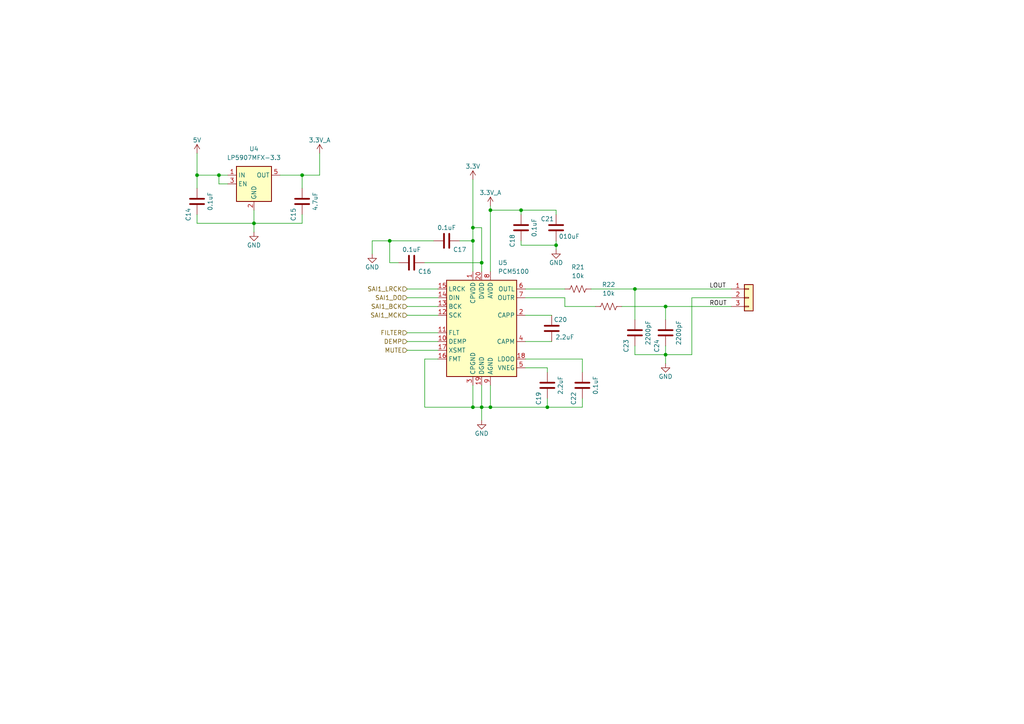
<source format=kicad_sch>
(kicad_sch (version 20230121) (generator eeschema)
  (paper "A4")
  (title_block (title "WAV Trigger Pro") (rev "1.0") (company "Robertsonics / SparkFun"))
  (lib_symbols
    (symbol "Audio:PCM5100"
      (property "Reference" "U" (at -10.16 13.97 0))
      (property "Value" "PCM5100" (at 3.81 13.97 0))
      (symbol "PCM5100_0_1"
        (rectangle (start -10.16 12.7) (end 10.16 -15.24) (stroke (width 0.254)) (fill (type background)))
      )
      (symbol "PCM5100_1_1"
        (pin passive line (at -2.54 15.24 270) (length 2.54) (name "CPVDD") (number "1"))
        (pin input line (at -12.7 -5.08 0) (length 2.54) (name "DEMP") (number "10"))
        (pin input line (at -12.7 -2.54 0) (length 2.54) (name "FLT") (number "11"))
        (pin input line (at -12.7 2.54 0) (length 2.54) (name "SCK") (number "12"))
        (pin input line (at -12.7 5.08 0) (length 2.54) (name "BCK") (number "13"))
        (pin input line (at -12.7 7.62 0) (length 2.54) (name "DIN") (number "14"))
        (pin input line (at -12.7 10.16 0) (length 2.54) (name "LRCK") (number "15"))
        (pin input line (at -12.7 -10.16 0) (length 2.54) (name "FMT") (number "16"))
        (pin input line (at -12.7 -7.62 0) (length 2.54) (name "XSMT") (number "17"))
        (pin passive line (at 12.7 -10.16 180) (length 2.54) (name "LDOO") (number "18"))
        (pin power_in line (at 0 -17.78 90) (length 2.54) (name "DGND") (number "19"))
        (pin passive line (at 12.7 2.54 180) (length 2.54) (name "CAPP") (number "2"))
        (pin power_in line (at 0 15.24 270) (length 2.54) (name "DVDD") (number "20"))
        (pin power_in line (at -2.54 -17.78 90) (length 2.54) (name "CPGND") (number "3"))
        (pin passive line (at 12.7 -5.08 180) (length 2.54) (name "CAPM") (number "4"))
        (pin passive line (at 12.7 -12.7 180) (length 2.54) (name "VNEG") (number "5"))
        (pin output line (at 12.7 10.16 180) (length 2.54) (name "OUTL") (number "6"))
        (pin output line (at 12.7 7.62 180) (length 2.54) (name "OUTR") (number "7"))
        (pin power_in line (at 2.54 15.24 270) (length 2.54) (name "AVDD") (number "8"))
        (pin power_in line (at 2.54 -17.78 90) (length 2.54) (name "AGND") (number "9"))
      )
    )
    (symbol "Device:C" (pin_numbers hide) (pin_names (offset 0.254))
      (property "Reference" "C" (at 0.635 2.54 0))
      (property "Value" "C" (at 0.635 -2.54 0))
      (symbol "C_0_1"
        (polyline (pts (xy -2.032 -0.762) (xy 2.032 -0.762)) (stroke (width 0.508)))
        (polyline (pts (xy -2.032 0.762) (xy 2.032 0.762)) (stroke (width 0.508)))
      )
      (symbol "C_1_1"
        (pin passive line (at 0 3.81 270) (length 2.794) (name "~") (number "1"))
        (pin passive line (at 0 -3.81 90) (length 2.794) (name "~") (number "2"))
      )
    )
    (symbol "Regulator_Linear:LP5907MFX-3.3"
      (property "Reference" "U" (at -3.81 6.35 0))
      (property "Value" "LP5907MFX-3.3" (at 6.35 6.35 0))
      (symbol "LP5907MFX-3.3_0_1"
        (rectangle (start -5.08 -5.08) (end 5.08 5.08) (stroke (width 0.254)) (fill (type background)))
        (pin power_in line (at -7.62 2.54 0) (length 2.54) (name "IN") (number "1"))
        (pin power_in line (at 0 -7.62 90) (length 2.54) (name "GND") (number "2"))
        (pin input line (at -7.62 0 0) (length 2.54) (name "EN") (number "3"))
        (pin no_connect line (at 5.08 0 180) (length 2.54) hide (name "NC") (number "4"))
        (pin power_out line (at 7.62 2.54 180) (length 2.54) (name "OUT") (number "5"))
      )
    )
    (symbol "SparkFun-Connector:Conn_01x03" (pin_names (offset 1.016) hide)
      (symbol "Conn_01x03_1_1"
        (rectangle (start -1.27 -2.413) (end 0 -2.667) (stroke (width 0.1524)))
        (rectangle (start -1.27 0.127) (end 0 -0.127) (stroke (width 0.1524)))
        (rectangle (start -1.27 2.667) (end 0 2.413) (stroke (width 0.1524)))
        (rectangle (start -1.27 3.81) (end 1.27 -3.81) (stroke (width 0.254)) (fill (type background)))
        (pin passive line (at -5.08 2.54 0) (length 3.81) (name "Pin_1") (number "1"))
        (pin passive line (at -5.08 0 0) (length 3.81) (name "Pin_2") (number "2"))
        (pin passive line (at -5.08 -2.54 0) (length 3.81) (name "Pin_3") (number "3"))
      )
    )
    (symbol "SparkFun-PowerSymbol:3.3V" (power) (pin_names (offset 0))
      (property "Value" "3.3V" (at 0 3.81 0))
      (symbol "3.3V_0_1"
        (polyline (pts (xy -0.762 1.27) (xy 0 2.54)))
        (polyline (pts (xy 0 0) (xy 0 2.54)))
        (polyline (pts (xy 0 2.54) (xy 0.762 1.27)))
      )
      (symbol "3.3V_1_1"
        (pin power_in line (at 0 0 90) (length 0) hide (name "3.3V") (number "1"))
      )
    )
    (symbol "SparkFun-PowerSymbol:3.3V_A" (power) (pin_names (offset 0))
      (property "Value" "3.3V_A" (at 0 3.81 0))
      (symbol "3.3V_A_0_1"
        (polyline (pts (xy -0.762 1.27) (xy 0 2.54)))
        (polyline (pts (xy 0 0) (xy 0 2.54)))
        (polyline (pts (xy 0 2.54) (xy 0.762 1.27)))
      )
      (symbol "3.3V_A_1_1"
        (pin power_in line (at 0 0 90) (length 0) hide (name "3.3V_A") (number "1"))
      )
    )
    (symbol "SparkFun-PowerSymbol:5V" (power) (pin_names (offset 0))
      (property "Value" "5V" (at 0 3.81 0))
      (symbol "5V_0_1"
        (polyline (pts (xy -0.762 1.27) (xy 0 2.54)))
        (polyline (pts (xy 0 0) (xy 0 2.54)))
        (polyline (pts (xy 0 2.54) (xy 0.762 1.27)))
      )
      (symbol "5V_1_1"
        (pin power_in line (at 0 0 90) (length 0) hide (name "5V") (number "1"))
      )
    )
    (symbol "SparkFun-PowerSymbol:GND" (power) (pin_names (offset 0))
      (property "Value" "GND" (at 0 -3.81 0))
      (symbol "GND_0_1"
        (polyline (pts (xy 0 0) (xy 0 -1.27) (xy 1.27 -1.27) (xy 0 -2.54) (xy -1.27 -1.27) (xy 0 -1.27)))
      )
      (symbol "GND_1_1"
        (pin power_in line (at 0 0 270) (length 0) hide (name "GND") (number "1"))
      )
    )
    (symbol "SparkFun-Resistor:10k_0603" (pin_numbers hide) (pin_names (offset 0))
      (property "Reference" "R" (at 0 -2.54 0))
      (property "Value" "10k" (at 0 2.54 0))
      (symbol "10k_0603_0_1"
        (polyline (pts (xy -2.286 0) (xy -2.54 0)))
        (polyline (pts (xy 2.286 0) (xy 2.54 0)))
        (polyline (pts (xy -0.762 0) (xy -1.143 -1.016) (xy -1.524 0) (xy -1.905 1.016) (xy -2.286 0)))
        (polyline (pts (xy 0.762 0) (xy 0.381 -1.016) (xy 0 0) (xy -0.381 1.016) (xy -0.762 0)))
        (polyline (pts (xy 2.286 0) (xy 1.905 -1.016) (xy 1.524 0) (xy 1.143 1.016) (xy 0.762 0)))
      )
      (symbol "10k_0603_1_1"
        (pin passive line (at 3.81 0 180) (length 1.27) (name "~") (number "1"))
        (pin passive line (at -3.81 0 0) (length 1.27) (name "~") (number "2"))
      )
    )
  )
  (junction (at 161.29 71.12))
  (junction (at 142.24 60.96))
  (junction (at 73.66 64.77))
  (junction (at 137.16 69.85))
  (junction (at 57.15 50.8))
  (junction (at 63.5 50.8))
  (junction (at 193.04 88.9))
  (junction (at 139.7 118.11))
  (junction (at 184.15 83.82))
  (junction (at 137.16 66.04))
  (junction (at 193.04 102.87))
  (junction (at 137.16 118.11))
  (junction (at 113.03 69.85))
  (junction (at 87.63 50.8))
  (junction (at 139.7 76.2))
  (junction (at 158.75 118.11))
  (junction (at 142.24 118.11))
  (junction (at 151.13 60.96))
  (wire (pts (xy 184.15 83.82) (xy 212.09 83.82)))
  (wire (pts (xy 63.5 53.34) (xy 63.5 50.8)))
  (wire (pts (xy 92.71 44.45) (xy 92.71 50.8)))
  (wire (pts (xy 184.15 102.87) (xy 193.04 102.87)))
  (wire (pts (xy 142.24 59.69) (xy 142.24 60.96)))
  (wire (pts (xy 152.4 104.14) (xy 168.91 104.14)))
  (wire (pts (xy 118.11 91.44) (xy 127 91.44)))
  (wire (pts (xy 137.16 52.07) (xy 137.16 66.04)))
  (wire (pts (xy 118.11 99.06) (xy 127 99.06)))
  (wire (pts (xy 142.24 111.76) (xy 142.24 118.11)))
  (wire (pts (xy 87.63 62.23) (xy 87.63 64.77)))
  (wire (pts (xy 161.29 71.12) (xy 161.29 72.39)))
  (wire (pts (xy 113.03 76.2) (xy 113.03 69.85)))
  (wire (pts (xy 151.13 60.96) (xy 151.13 62.23)))
  (wire (pts (xy 152.4 83.82) (xy 163.83 83.82)))
  (wire (pts (xy 118.11 101.6) (xy 127 101.6)))
  (wire (pts (xy 118.11 83.82) (xy 127 83.82)))
  (wire (pts (xy 158.75 106.68) (xy 158.75 107.95)))
  (wire (pts (xy 193.04 88.9) (xy 193.04 92.71)))
  (wire (pts (xy 66.04 53.34) (xy 63.5 53.34)))
  (wire (pts (xy 200.66 86.36) (xy 200.66 102.87)))
  (wire (pts (xy 168.91 118.11) (xy 158.75 118.11)))
  (wire (pts (xy 118.11 88.9) (xy 127 88.9)))
  (wire (pts (xy 81.28 50.8) (xy 87.63 50.8)))
  (wire (pts (xy 193.04 88.9) (xy 212.09 88.9)))
  (wire (pts (xy 158.75 115.57) (xy 158.75 118.11)))
  (wire (pts (xy 171.45 83.82) (xy 184.15 83.82)))
  (wire (pts (xy 137.16 118.11) (xy 139.7 118.11)))
  (wire (pts (xy 137.16 66.04) (xy 137.16 69.85)))
  (wire (pts (xy 125.73 69.85) (xy 113.03 69.85)))
  (wire (pts (xy 152.4 91.44) (xy 160.02 91.44)))
  (wire (pts (xy 184.15 100.33) (xy 184.15 102.87)))
  (wire (pts (xy 127 104.14) (xy 123.19 104.14)))
  (wire (pts (xy 168.91 115.57) (xy 168.91 118.11)))
  (wire (pts (xy 113.03 69.85) (xy 107.95 69.85)))
  (wire (pts (xy 180.34 88.9) (xy 193.04 88.9)))
  (wire (pts (xy 142.24 60.96) (xy 142.24 78.74)))
  (wire (pts (xy 152.4 86.36) (xy 163.83 86.36)))
  (wire (pts (xy 137.16 66.04) (xy 139.7 66.04)))
  (wire (pts (xy 193.04 102.87) (xy 193.04 105.41)))
  (wire (pts (xy 57.15 62.23) (xy 57.15 64.77)))
  (wire (pts (xy 123.19 118.11) (xy 137.16 118.11)))
  (wire (pts (xy 133.35 69.85) (xy 137.16 69.85)))
  (wire (pts (xy 151.13 69.85) (xy 151.13 71.12)))
  (wire (pts (xy 163.83 88.9) (xy 172.72 88.9)))
  (wire (pts (xy 184.15 83.82) (xy 184.15 92.71)))
  (wire (pts (xy 118.11 96.52) (xy 127 96.52)))
  (wire (pts (xy 158.75 118.11) (xy 142.24 118.11)))
  (wire (pts (xy 63.5 50.8) (xy 66.04 50.8)))
  (wire (pts (xy 163.83 86.36) (xy 163.83 88.9)))
  (wire (pts (xy 142.24 118.11) (xy 139.7 118.11)))
  (wire (pts (xy 161.29 62.23) (xy 161.29 60.96)))
  (wire (pts (xy 139.7 78.74) (xy 139.7 76.2)))
  (wire (pts (xy 151.13 71.12) (xy 161.29 71.12)))
  (wire (pts (xy 151.13 60.96) (xy 142.24 60.96)))
  (wire (pts (xy 118.11 86.36) (xy 127 86.36)))
  (wire (pts (xy 139.7 76.2) (xy 139.7 66.04)))
  (wire (pts (xy 57.15 64.77) (xy 73.66 64.77)))
  (wire (pts (xy 152.4 99.06) (xy 160.02 99.06)))
  (wire (pts (xy 152.4 106.68) (xy 158.75 106.68)))
  (wire (pts (xy 212.09 86.36) (xy 200.66 86.36)))
  (wire (pts (xy 137.16 111.76) (xy 137.16 118.11)))
  (wire (pts (xy 107.95 69.85) (xy 107.95 73.66)))
  (wire (pts (xy 115.57 76.2) (xy 113.03 76.2)))
  (wire (pts (xy 73.66 60.96) (xy 73.66 64.77)))
  (wire (pts (xy 123.19 104.14) (xy 123.19 118.11)))
  (wire (pts (xy 193.04 100.33) (xy 193.04 102.87)))
  (wire (pts (xy 73.66 64.77) (xy 73.66 67.31)))
  (wire (pts (xy 161.29 60.96) (xy 151.13 60.96)))
  (wire (pts (xy 87.63 64.77) (xy 73.66 64.77)))
  (wire (pts (xy 168.91 104.14) (xy 168.91 107.95)))
  (wire (pts (xy 92.71 50.8) (xy 87.63 50.8)))
  (wire (pts (xy 123.19 76.2) (xy 139.7 76.2)))
  (wire (pts (xy 193.04 102.87) (xy 200.66 102.87)))
  (wire (pts (xy 87.63 50.8) (xy 87.63 54.61)))
  (wire (pts (xy 161.29 69.85) (xy 161.29 71.12)))
  (wire (pts (xy 137.16 69.85) (xy 137.16 78.74)))
  (wire (pts (xy 57.15 50.8) (xy 57.15 54.61)))
  (wire (pts (xy 139.7 118.11) (xy 139.7 121.92)))
  (wire (pts (xy 57.15 50.8) (xy 63.5 50.8)))
  (wire (pts (xy 57.15 44.45) (xy 57.15 50.8)))
  (wire (pts (xy 139.7 111.76) (xy 139.7 118.11)))
  (label "LOUT" (at 205.74 83.82 0))
  (label "ROUT" (at 205.74 88.9 0))
  (hierarchical_label "SAI1_BCK" (shape input) (at 118.11 88.9 180))
  (hierarchical_label "SAI1_LRCK" (shape input) (at 118.11 83.82 180))
  (hierarchical_label "SAI1_DO" (shape input) (at 118.11 86.36 180))
  (hierarchical_label "SAI1_MCK" (shape input) (at 118.11 91.44 180))
  (hierarchical_label "DEMP" (shape input) (at 118.11 99.06 180))
  (hierarchical_label "FILTER" (shape input) (at 118.11 96.52 180))
  (hierarchical_label "MUTE" (shape input) (at 118.11 101.6 180))
  (symbol (lib_id "Device:C") (at 119.38 76.2 90) (mirror x) (unit 1)
    (property "Reference" "C16" (at 123.19 78.74 90))
    (property "Value" "0.1uF" (at 119.38 72.39 90))
    (property "Footprint" "SparkFun-Capacitor:C_0603_1608Metric" (effects hide))
  )
  (symbol (lib_id "Device:C") (at 129.54 69.85 90) (mirror x) (unit 1)
    (property "Reference" "C17" (at 133.35 72.39 90))
    (property "Value" "0.1uF" (at 129.54 66.04 90))
    (property "Footprint" "SparkFun-Capacitor:C_0603_1608Metric" (effects hide))
  )
  (symbol (lib_id "Device:C") (at 158.75 111.76 0) (mirror y) (unit 1)
    (property "Reference" "C19" (at 156.21 115.57 90))
    (property "Value" "2.2uF" (at 162.56 111.76 90))
    (property "Footprint" "SparkFun-Capacitor:C_0603_1608Metric" (effects hide))
  )
  (symbol (lib_id "Device:C") (at 160.02 95.25 0) (mirror y) (unit 1)
    (property "Reference" "C20" (at 162.56 92.71 0))
    (property "Value" "2.2uF" (at 163.83 97.79 0))
    (property "Footprint" "SparkFun-Capacitor:C_0603_1608Metric" (effects hide))
  )
  (symbol (lib_id "SparkFun-PowerSymbol:3.3V_A") (at 142.24 59.69 0) (unit 1)
    (property "Reference" "#PWR032" (effects hide))
    (property "Value" "3.3V_A" (at 142.24 55.88 0))
  )
  (symbol (lib_id "SparkFun-PowerSymbol:GND") (at 139.7 121.92 0) (unit 1)
    (property "Reference" "#PWR031" (effects hide))
    (property "Value" "GND" (at 139.7 125.73 0))
  )
  (symbol (lib_id "Device:C") (at 193.04 96.52 0) (mirror y) (unit 1)
    (property "Reference" "C24" (at 190.5 100.33 90))
    (property "Value" "2200pF" (at 196.85 96.52 90))
    (property "Footprint" "SparkFun-Capacitor:C_0603_1608Metric" (effects hide))
  )
  (symbol (lib_id "SparkFun-Resistor:10k_0603") (at 176.53 88.9 180) (unit 1)
    (property "Reference" "R22" (at 176.53 82.55 0))
    (property "Value" "10k" (at 176.53 85.09 0))
    (property "Footprint" "SparkFun-Resistor:R_0603_1608Metric" (effects hide))
    (property "Datasheet" "https://www.vishay.com/docs/20035/dcrcwe3.pdf" (effects hide))
    (property "PROD_ID" "RES-00824" (effects hide))
  )
  (symbol (lib_id "SparkFun-PowerSymbol:3.3V_A") (at 92.71 44.45 0) (unit 1)
    (property "Reference" "#PWR028" (effects hide))
    (property "Value" "3.3V_A" (at 92.71 40.64 0))
  )
  (symbol (lib_id "SparkFun-PowerSymbol:3.3V") (at 137.16 52.07 0) (unit 1)
    (property "Reference" "#PWR030" (effects hide))
    (property "Value" "3.3V" (at 137.16 48.26 0))
  )
  (symbol (lib_id "SparkFun-PowerSymbol:GND") (at 73.66 67.31 0) (unit 1)
    (property "Reference" "#PWR027" (effects hide))
    (property "Value" "GND" (at 73.66 71.12 0))
  )
  (symbol (lib_id "SparkFun-PowerSymbol:GND") (at 193.04 105.41 0) (unit 1)
    (property "Reference" "#PWR034" (effects hide))
    (property "Value" "GND" (at 193.04 109.22 0))
  )
  (symbol (lib_id "Device:C") (at 87.63 58.42 0) (mirror y) (unit 1)
    (property "Reference" "C15" (at 85.09 62.23 90))
    (property "Value" "4.7uF" (at 91.44 58.42 90))
    (property "Footprint" "SparkFun-Capacitor:C_0603_1608Metric" (effects hide))
  )
  (symbol (lib_id "SparkFun-Connector:Conn_01x03") (at 217.17 86.36 0) (unit 1)
    (property "Reference" "J8" (effects hide))
    (property "Value" "Conn_01x03" (effects hide))
    (property "Footprint" "SparkFun-Connector:1x03" (effects hide))
  )
  (symbol (lib_id "SparkFun-Resistor:10k_0603") (at 167.64 83.82 180) (unit 1)
    (property "Reference" "R21" (at 167.64 77.47 0))
    (property "Value" "10k" (at 167.64 80.01 0))
    (property "Footprint" "SparkFun-Resistor:R_0603_1608Metric" (effects hide))
    (property "Datasheet" "https://www.vishay.com/docs/20035/dcrcwe3.pdf" (effects hide))
    (property "PROD_ID" "RES-00824" (effects hide))
  )
  (symbol (lib_id "Device:C") (at 168.91 111.76 0) (mirror y) (unit 1)
    (property "Reference" "C22" (at 166.37 115.57 90))
    (property "Value" "0.1uF" (at 172.72 111.76 90))
    (property "Footprint" "SparkFun-Capacitor:C_0603_1608Metric" (effects hide))
  )
  (symbol (lib_id "Regulator_Linear:LP5907MFX-3.3") (at 73.66 53.34 0) (unit 1)
    (property "Reference" "U4" (at 73.66 43.18 0))
    (property "Value" "LP5907MFX-3.3" (at 73.66 45.72 0))
    (property "Footprint" "Package_TO_SOT_SMD:SOT-23-5" (effects hide))
    (property "Datasheet" "http://www.ti.com/lit/ds/symlink/lp5907.pdf" (effects hide))
  )
  (symbol (lib_id "Device:C") (at 184.15 96.52 0) (mirror y) (unit 1)
    (property "Reference" "C23" (at 181.61 100.33 90))
    (property "Value" "2200pF" (at 187.96 96.52 90))
    (property "Footprint" "SparkFun-Capacitor:C_0603_1608Metric" (effects hide))
  )
  (symbol (lib_id "Device:C") (at 57.15 58.42 0) (mirror y) (unit 1)
    (property "Reference" "C14" (at 54.61 62.23 90))
    (property "Value" "0.1uF" (at 60.96 58.42 90))
    (property "Footprint" "SparkFun-Capacitor:C_0603_1608Metric" (effects hide))
  )
  (symbol (lib_id "SparkFun-PowerSymbol:5V") (at 57.15 44.45 0) (unit 1)
    (property "Reference" "#PWR026" (effects hide))
    (property "Value" "5V" (at 57.15 40.64 0))
  )
  (symbol (lib_id "Device:C") (at 161.29 66.04 0) (mirror y) (unit 1)
    (property "Reference" "C21" (at 158.75 63.5 0))
    (property "Value" "010uF" (at 165.1 68.58 0))
    (property "Footprint" "SparkFun-Capacitor:C_0603_1608Metric" (effects hide))
  )
  (symbol (lib_id "SparkFun-PowerSymbol:GND") (at 161.29 72.39 0) (unit 1)
    (property "Reference" "#PWR033" (effects hide))
    (property "Value" "GND" (at 161.29 76.2 0))
  )
  (symbol (lib_id "SparkFun-PowerSymbol:GND") (at 107.95 73.66 0) (unit 1)
    (property "Reference" "#PWR029" (effects hide))
    (property "Value" "GND" (at 107.95 77.47 0))
  )
  (symbol (lib_id "Audio:PCM5100") (at 139.7 93.98 0) (unit 1)
    (property "Reference" "U5" (at 144.4341 76.2 0) (effects (justify left)))
    (property "Value" "PCM5100" (at 144.4341 78.74 0) (effects (justify left)))
    (property "Footprint" "Package_SO:TSSOP-20_4.4x6.5mm_P0.65mm" (effects hide))
    (property "Datasheet" "http://www.ti.com/lit/ds/symlink/pcm5100.pdf" (effects hide))
  )
  (symbol (lib_id "Device:C") (at 151.13 66.04 0) (mirror y) (unit 1)
    (property "Reference" "C18" (at 148.59 69.85 90))
    (property "Value" "0.1uF" (at 154.94 66.04 90))
    (property "Footprint" "SparkFun-Capacitor:C_0603_1608Metric" (effects hide))
  )
)
</source>
